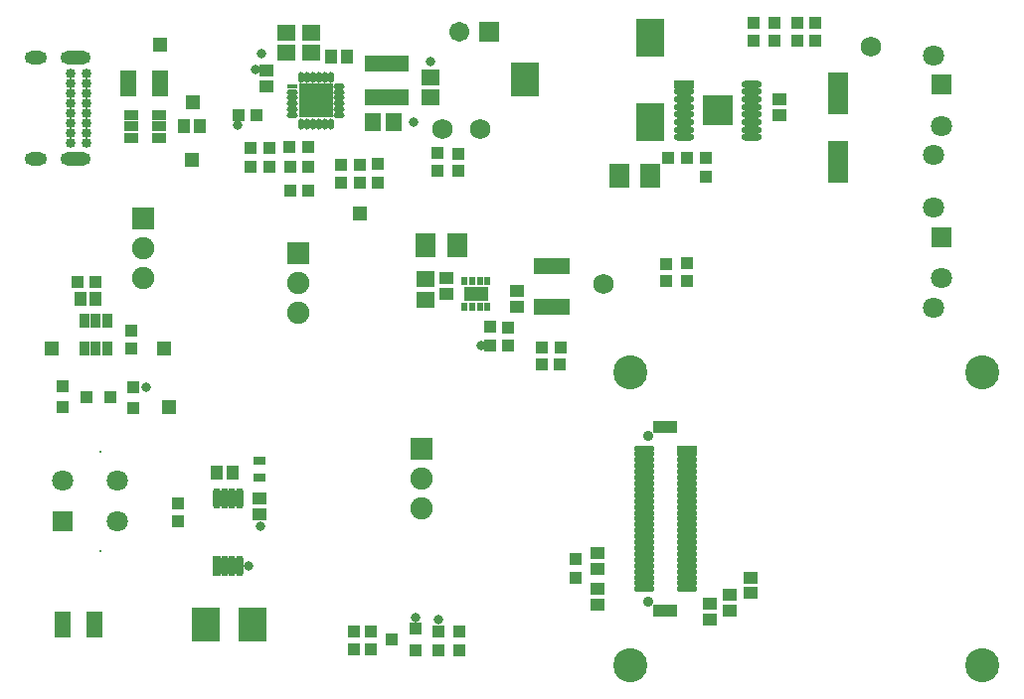
<source format=gts>
G04*
G04 #@! TF.GenerationSoftware,Altium Limited,Altium Designer,19.0.15 (446)*
G04*
G04 Layer_Color=8388736*
%FSLAX25Y25*%
%MOIN*%
G70*
G01*
G75*
%ADD49R,0.04147X0.04147*%
%ADD50R,0.03950X0.03950*%
%ADD51R,0.05288X0.08792*%
%ADD52R,0.11430X0.11430*%
G04:AMPARAMS|DCode=53|XSize=17.84mil|YSize=37.53mil|CornerRadius=6.46mil|HoleSize=0mil|Usage=FLASHONLY|Rotation=0.000|XOffset=0mil|YOffset=0mil|HoleType=Round|Shape=RoundedRectangle|*
%AMROUNDEDRECTD53*
21,1,0.01784,0.02461,0,0,0.0*
21,1,0.00492,0.03753,0,0,0.0*
1,1,0.01292,0.00246,-0.01230*
1,1,0.01292,-0.00246,-0.01230*
1,1,0.01292,-0.00246,0.01230*
1,1,0.01292,0.00246,0.01230*
%
%ADD53ROUNDEDRECTD53*%
G04:AMPARAMS|DCode=54|XSize=17.84mil|YSize=37.53mil|CornerRadius=6.46mil|HoleSize=0mil|Usage=FLASHONLY|Rotation=90.000|XOffset=0mil|YOffset=0mil|HoleType=Round|Shape=RoundedRectangle|*
%AMROUNDEDRECTD54*
21,1,0.01784,0.02461,0,0,90.0*
21,1,0.00492,0.03753,0,0,90.0*
1,1,0.01292,0.01230,0.00246*
1,1,0.01292,0.01230,-0.00246*
1,1,0.01292,-0.01230,-0.00246*
1,1,0.01292,-0.01230,0.00246*
%
%ADD54ROUNDEDRECTD54*%
%ADD55R,0.03753X0.01784*%
%ADD56R,0.04537X0.04143*%
%ADD57R,0.06312X0.05328*%
%ADD58R,0.04143X0.04537*%
%ADD59R,0.05328X0.06312*%
%ADD60R,0.09700X0.11700*%
%ADD61R,0.09700X0.12900*%
%ADD62R,0.10485X0.09894*%
%ADD63O,0.06706X0.02572*%
%ADD64R,0.06706X0.02572*%
%ADD65R,0.06706X0.08083*%
%ADD66R,0.04147X0.04147*%
%ADD67R,0.06902X0.14383*%
%ADD68R,0.03359X0.05131*%
%ADD69R,0.04737X0.04737*%
%ADD70R,0.04343X0.03950*%
%ADD71R,0.03950X0.03162*%
G04:AMPARAMS|DCode=72|XSize=67.06mil|YSize=25.72mil|CornerRadius=8.43mil|HoleSize=0mil|Usage=FLASHONLY|Rotation=90.000|XOffset=0mil|YOffset=0mil|HoleType=Round|Shape=RoundedRectangle|*
%AMROUNDEDRECTD72*
21,1,0.06706,0.00886,0,0,90.0*
21,1,0.05020,0.02572,0,0,90.0*
1,1,0.01686,0.00443,0.02510*
1,1,0.01686,0.00443,-0.02510*
1,1,0.01686,-0.00443,-0.02510*
1,1,0.01686,-0.00443,0.02510*
%
%ADD72ROUNDEDRECTD72*%
%ADD73R,0.02572X0.06706*%
%ADD74R,0.09265X0.11824*%
%ADD75R,0.12217X0.05721*%
%ADD76R,0.02375X0.02769*%
%ADD77R,0.08280X0.05131*%
%ADD78R,0.04737X0.04737*%
%ADD79R,0.05131X0.03359*%
%ADD80R,0.14973X0.05328*%
%ADD81R,0.07887X0.03950*%
%ADD82R,0.07099X0.01981*%
%ADD83O,0.07099X0.01981*%
%ADD84R,0.07493X0.07493*%
%ADD85C,0.07493*%
%ADD86C,0.00800*%
%ADD87C,0.07099*%
%ADD88R,0.07099X0.07099*%
%ADD89C,0.06800*%
%ADD90C,0.03359*%
%ADD91O,0.10249X0.04343*%
%ADD92O,0.07493X0.04343*%
%ADD93R,0.06706X0.06706*%
%ADD94C,0.06706*%
%ADD95C,0.03556*%
%ADD96C,0.11430*%
%ADD97C,0.03162*%
D49*
X268701Y225492D02*
D03*
Y219390D02*
D03*
X142126Y175787D02*
D03*
Y181890D02*
D03*
X232087Y174016D02*
D03*
Y180118D02*
D03*
X254921Y225590D02*
D03*
Y219488D02*
D03*
X248031Y219390D02*
D03*
Y225492D02*
D03*
X39390Y122161D02*
D03*
Y116059D02*
D03*
X113976Y21260D02*
D03*
Y15157D02*
D03*
X119882D02*
D03*
Y21260D02*
D03*
X142520Y21063D02*
D03*
Y14961D02*
D03*
X149409D02*
D03*
Y21063D02*
D03*
X188386Y39272D02*
D03*
Y45374D02*
D03*
X225788Y138735D02*
D03*
Y144837D02*
D03*
X165748Y117224D02*
D03*
Y123327D02*
D03*
X159843Y117323D02*
D03*
Y123425D02*
D03*
X122047Y171949D02*
D03*
Y178051D02*
D03*
X116142Y177953D02*
D03*
Y171850D02*
D03*
X109843Y171752D02*
D03*
Y177854D02*
D03*
X85827Y183465D02*
D03*
Y177362D02*
D03*
X79527Y183465D02*
D03*
Y177362D02*
D03*
X55118Y64173D02*
D03*
Y58071D02*
D03*
D50*
X262795Y219587D02*
D03*
Y225492D02*
D03*
X149213Y175787D02*
D03*
Y181693D02*
D03*
X218898Y138735D02*
D03*
Y144641D02*
D03*
D51*
X49055Y205216D02*
D03*
X38583D02*
D03*
X27008Y23622D02*
D03*
X16535D02*
D03*
D52*
X101378Y199409D02*
D03*
D53*
X96457Y207283D02*
D03*
X98425D02*
D03*
X100394D02*
D03*
X102362D02*
D03*
X104331D02*
D03*
X106299D02*
D03*
Y191535D02*
D03*
X104331D02*
D03*
X102362D02*
D03*
X100394D02*
D03*
X98425D02*
D03*
X96457D02*
D03*
D54*
X109252Y204331D02*
D03*
Y202362D02*
D03*
Y200394D02*
D03*
Y198425D02*
D03*
Y196457D02*
D03*
Y194488D02*
D03*
X93504D02*
D03*
Y196457D02*
D03*
Y198425D02*
D03*
Y200394D02*
D03*
Y202362D02*
D03*
D55*
Y204331D02*
D03*
D56*
X84646D02*
D03*
Y209646D02*
D03*
X256693Y200000D02*
D03*
Y194685D02*
D03*
X82480Y65748D02*
D03*
Y60433D02*
D03*
X233268Y30512D02*
D03*
Y25197D02*
D03*
X240158Y33465D02*
D03*
Y28150D02*
D03*
X247047Y39370D02*
D03*
Y34055D02*
D03*
X195866Y35630D02*
D03*
Y30315D02*
D03*
Y42323D02*
D03*
Y47638D02*
D03*
X145079Y139764D02*
D03*
Y134449D02*
D03*
X168701Y130217D02*
D03*
Y135531D02*
D03*
D57*
X99606Y222342D02*
D03*
Y215453D02*
D03*
X91339Y222342D02*
D03*
Y215453D02*
D03*
X139764Y207283D02*
D03*
Y200394D02*
D03*
X138189Y132677D02*
D03*
Y139567D02*
D03*
D58*
X111614Y214173D02*
D03*
X106299D02*
D03*
X27579Y132791D02*
D03*
X22264D02*
D03*
X73425Y74606D02*
D03*
X68110D02*
D03*
X57087Y190748D02*
D03*
X62402D02*
D03*
D59*
X127461Y192126D02*
D03*
X120571D02*
D03*
D60*
X171486Y206424D02*
D03*
D61*
X213386Y192224D02*
D03*
Y220624D02*
D03*
D62*
X236024Y196063D02*
D03*
D63*
X247441Y187106D02*
D03*
Y189665D02*
D03*
Y192224D02*
D03*
Y194783D02*
D03*
Y197343D02*
D03*
Y199902D02*
D03*
Y202461D02*
D03*
Y205020D02*
D03*
X224606Y187106D02*
D03*
Y189665D02*
D03*
Y192224D02*
D03*
Y194783D02*
D03*
Y197343D02*
D03*
Y199902D02*
D03*
Y202461D02*
D03*
D64*
Y205020D02*
D03*
D65*
X213386Y174213D02*
D03*
X202953D02*
D03*
X148622Y150886D02*
D03*
X138189D02*
D03*
D66*
X225591Y180118D02*
D03*
X219488D02*
D03*
X27579Y138697D02*
D03*
X21476D02*
D03*
X183268Y116634D02*
D03*
X177165D02*
D03*
X176969Y110728D02*
D03*
X183071D02*
D03*
X92520Y183858D02*
D03*
X98622D02*
D03*
X98721Y177165D02*
D03*
X92618D02*
D03*
X98721Y169291D02*
D03*
X92618D02*
D03*
X75394Y194488D02*
D03*
X81496D02*
D03*
D67*
X276378Y201969D02*
D03*
Y178740D02*
D03*
D68*
X23819Y125591D02*
D03*
X27559D02*
D03*
X31299D02*
D03*
Y116142D02*
D03*
X27559D02*
D03*
X23819D02*
D03*
D69*
X50315D02*
D03*
X12598D02*
D03*
X51968Y96457D02*
D03*
X60236Y198819D02*
D03*
X59842Y179528D02*
D03*
D70*
X24409Y100000D02*
D03*
X16535Y96457D02*
D03*
Y103543D02*
D03*
X32283Y99803D02*
D03*
X40157Y103347D02*
D03*
Y96260D02*
D03*
X126772Y18504D02*
D03*
X134646Y22047D02*
D03*
Y14961D02*
D03*
D71*
X82480Y73032D02*
D03*
Y78543D02*
D03*
D72*
X75787Y65945D02*
D03*
X73228D02*
D03*
X70669D02*
D03*
X68110D02*
D03*
X75787Y43110D02*
D03*
X73228D02*
D03*
X70669D02*
D03*
D73*
X68110D02*
D03*
D74*
X64567Y23622D02*
D03*
X79921D02*
D03*
D75*
X180512Y130217D02*
D03*
Y143799D02*
D03*
D76*
X158858Y138878D02*
D03*
X156299D02*
D03*
X153740D02*
D03*
X151181D02*
D03*
Y130217D02*
D03*
X153740D02*
D03*
X156299D02*
D03*
X158858D02*
D03*
D77*
X155020Y134547D02*
D03*
D78*
X116142Y161417D02*
D03*
X49213Y218110D02*
D03*
D79*
X48819Y194488D02*
D03*
Y190748D02*
D03*
Y187008D02*
D03*
X39370D02*
D03*
Y190748D02*
D03*
Y194488D02*
D03*
D80*
X125000Y200394D02*
D03*
Y212008D02*
D03*
D81*
X218504Y28346D02*
D03*
Y89764D02*
D03*
D82*
X225590Y82677D02*
D03*
D83*
Y80709D02*
D03*
Y78740D02*
D03*
Y76772D02*
D03*
Y74803D02*
D03*
Y72835D02*
D03*
Y70866D02*
D03*
Y68898D02*
D03*
Y66929D02*
D03*
Y64961D02*
D03*
Y62992D02*
D03*
Y61024D02*
D03*
Y59055D02*
D03*
Y57087D02*
D03*
Y55118D02*
D03*
Y53150D02*
D03*
Y51181D02*
D03*
Y49213D02*
D03*
Y47244D02*
D03*
Y45276D02*
D03*
Y43307D02*
D03*
Y41339D02*
D03*
Y39370D02*
D03*
Y37402D02*
D03*
Y35433D02*
D03*
X211417D02*
D03*
Y37402D02*
D03*
Y39370D02*
D03*
Y41339D02*
D03*
Y43307D02*
D03*
Y45276D02*
D03*
Y47244D02*
D03*
Y49213D02*
D03*
Y51181D02*
D03*
Y53150D02*
D03*
Y55118D02*
D03*
Y57087D02*
D03*
Y59055D02*
D03*
Y61024D02*
D03*
Y62992D02*
D03*
Y64961D02*
D03*
Y66929D02*
D03*
Y68898D02*
D03*
Y70866D02*
D03*
Y72835D02*
D03*
Y74803D02*
D03*
Y76772D02*
D03*
Y78740D02*
D03*
Y80709D02*
D03*
Y82677D02*
D03*
D84*
X136614Y82441D02*
D03*
X43307Y160000D02*
D03*
X95276Y148189D02*
D03*
D85*
X136614Y72441D02*
D03*
Y62441D02*
D03*
X43307Y150000D02*
D03*
Y140000D02*
D03*
X95276Y128189D02*
D03*
Y138189D02*
D03*
D86*
X29055Y48228D02*
D03*
Y81693D02*
D03*
D87*
X34646Y58071D02*
D03*
Y71850D02*
D03*
X16535D02*
D03*
X311024Y139764D02*
D03*
X308543Y163386D02*
D03*
Y129921D02*
D03*
X311024Y190945D02*
D03*
X308543Y214567D02*
D03*
Y181102D02*
D03*
D88*
X16535Y58071D02*
D03*
X311024Y153543D02*
D03*
Y204724D02*
D03*
D89*
X143701Y189961D02*
D03*
X156496D02*
D03*
X197835Y137795D02*
D03*
X287402Y217520D02*
D03*
D90*
X24507Y208563D02*
D03*
Y205216D02*
D03*
Y201870D02*
D03*
Y198523D02*
D03*
Y195177D02*
D03*
Y191830D02*
D03*
Y188484D02*
D03*
Y185137D02*
D03*
X19193D02*
D03*
Y188484D02*
D03*
Y191830D02*
D03*
Y195177D02*
D03*
Y198523D02*
D03*
Y201870D02*
D03*
Y205216D02*
D03*
Y208563D02*
D03*
D91*
X20650Y213878D02*
D03*
Y179822D02*
D03*
D92*
X7342D02*
D03*
Y213878D02*
D03*
D93*
X159449Y222441D02*
D03*
D94*
X149449D02*
D03*
D95*
X212598Y31299D02*
D03*
Y86811D02*
D03*
D96*
X206693Y108268D02*
D03*
X324803D02*
D03*
Y9843D02*
D03*
X206693D02*
D03*
D97*
X156693Y117323D02*
D03*
X134252Y192126D02*
D03*
X75197Y191339D02*
D03*
X81102Y209842D02*
D03*
X83071Y215354D02*
D03*
X78740Y43307D02*
D03*
X82677Y56693D02*
D03*
X139764Y212598D02*
D03*
X142520Y25197D02*
D03*
X134646Y25984D02*
D03*
X44488Y103150D02*
D03*
M02*

</source>
